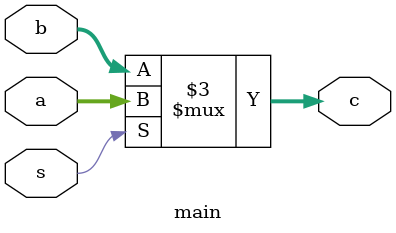
<source format=v>
module main (
  input wire [2:0] a,
  input wire [2:0] b,
  input wire s,
  output wire [2:0] c
);
  always @(*) begin
    if (s) begin
      c = a;
    end
    else begin
      c = b;
    end
  end

endmodule

</source>
